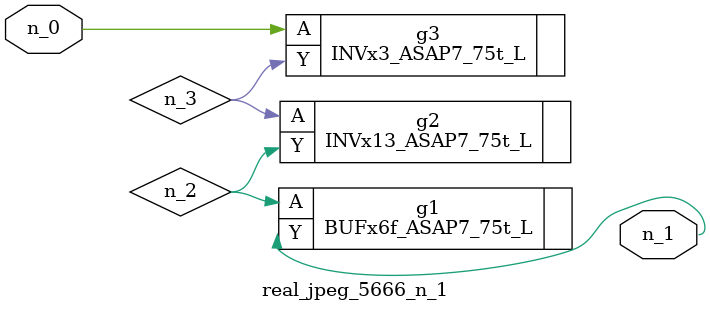
<source format=v>
module real_jpeg_5666_n_1 (n_0, n_1);

input n_0;

output n_1;

wire n_3;
wire n_2;

INVx3_ASAP7_75t_L g3 ( 
.A(n_0),
.Y(n_3)
);

BUFx6f_ASAP7_75t_L g1 ( 
.A(n_2),
.Y(n_1)
);

INVx13_ASAP7_75t_L g2 ( 
.A(n_3),
.Y(n_2)
);


endmodule
</source>
